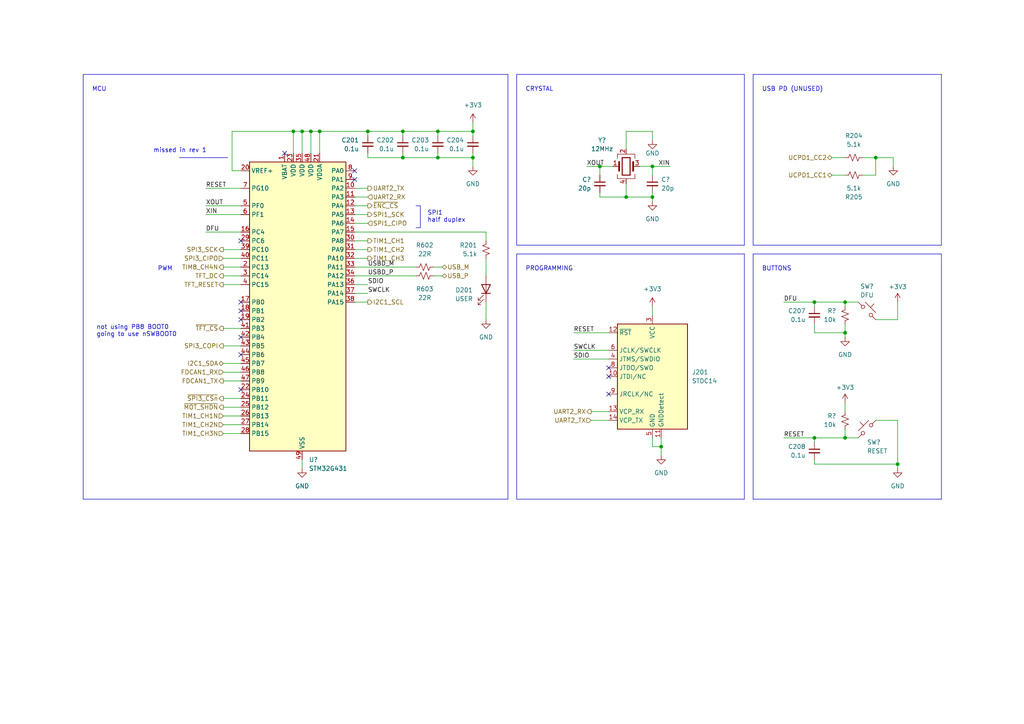
<source format=kicad_sch>
(kicad_sch (version 20230121) (generator eeschema)
  (paper "A4")
  (title_block (title "MICROCONTROLLER") (date "2023-06-17") (rev "1.0") (company "matei repair lab"))
  (lib_symbols
    (symbol "Connector:Conn_ST_STDC14"
      (property "Reference" "J" (at -8.89 16.51 0))
      (property "Value" "Conn_ST_STDC14" (at 17.78 16.51 0))
      (symbol "Conn_ST_STDC14_0_1"
        (rectangle (start -10.16 15.24) (end 10.16 -15.24) (stroke (width 0.254)) (fill (type background)))
      )
      (symbol "Conn_ST_STDC14_1_1"
        (pin no_connect line (at -10.16 5.08 0) (length 2.54) hide (name "NC") (number "1"))
        (pin output line (at 12.7 0 180) (length 2.54) (name "JTDI/NC") (number "10"))
        (pin passive line (at -2.54 -17.78 90) (length 2.54) (name "GNDDetect") (number "11"))
        (pin open_collector line (at 12.7 12.7 180) (length 2.54) (name "~{RST}") (number "12"))
        (pin output line (at 12.7 -10.16 180) (length 2.54) (name "VCP_RX") (number "13"))
        (pin input line (at 12.7 -12.7 180) (length 2.54) (name "VCP_TX") (number "14"))
        (pin no_connect line (at -10.16 2.54 0) (length 2.54) hide (name "NC") (number "2"))
        (pin power_in line (at 0 17.78 270) (length 2.54) (name "VCC") (number "3"))
        (pin bidirectional line (at 12.7 5.08 180) (length 2.54) (name "JTMS/SWDIO") (number "4"))
        (pin power_in line (at 0 -17.78 90) (length 2.54) (name "GND") (number "5"))
        (pin output line (at 12.7 7.62 180) (length 2.54) (name "JCLK/SWCLK") (number "6"))
        (pin passive line (at 0 -17.78 90) (length 2.54) hide (name "GND") (number "7"))
        (pin input line (at 12.7 2.54 180) (length 2.54) (name "JTDO/SWO") (number "8"))
        (pin input line (at 12.7 -5.08 180) (length 2.54) (name "JRCLK/NC") (number "9"))
      )
    )
    (symbol "Device:C_Small" (pin_numbers hide) (pin_names (offset 0.254) hide)
      (property "Reference" "C" (at 0.254 1.778 0))
      (property "Value" "C_Small" (at 0.254 -2.032 0))
      (symbol "C_Small_0_1"
        (polyline (pts (xy -1.524 -0.508) (xy 1.524 -0.508)) (stroke (width 0.3302)))
        (polyline (pts (xy -1.524 0.508) (xy 1.524 0.508)) (stroke (width 0.3048)))
      )
      (symbol "C_Small_1_1"
        (pin passive line (at 0 2.54 270) (length 2.032) (name "~") (number "1"))
        (pin passive line (at 0 -2.54 90) (length 2.032) (name "~") (number "2"))
      )
    )
    (symbol "Device:Crystal_GND24" (pin_names (offset 1.016) hide)
      (property "Reference" "Y" (at 3.175 5.08 0))
      (property "Value" "Crystal_GND24" (at 3.175 3.175 0))
      (symbol "Crystal_GND24_0_1"
        (rectangle (start -1.143 2.54) (end 1.143 -2.54) (stroke (width 0.3048)))
        (polyline (pts (xy -2.54 0) (xy -2.032 0)))
        (polyline (pts (xy -2.032 -1.27) (xy -2.032 1.27)) (stroke (width 0.508)))
        (polyline (pts (xy 0 -3.81) (xy 0 -3.556)))
        (polyline (pts (xy 0 3.556) (xy 0 3.81)))
        (polyline (pts (xy 2.032 -1.27) (xy 2.032 1.27)) (stroke (width 0.508)))
        (polyline (pts (xy 2.032 0) (xy 2.54 0)))
        (polyline (pts (xy -2.54 -2.286) (xy -2.54 -3.556) (xy 2.54 -3.556) (xy 2.54 -2.286)))
        (polyline (pts (xy -2.54 2.286) (xy -2.54 3.556) (xy 2.54 3.556) (xy 2.54 2.286)))
      )
      (symbol "Crystal_GND24_1_1"
        (pin passive line (at -3.81 0 0) (length 1.27) (name "1") (number "1"))
        (pin passive line (at 0 5.08 270) (length 1.27) (name "2") (number "2"))
        (pin passive line (at 3.81 0 180) (length 1.27) (name "3") (number "3"))
        (pin passive line (at 0 -5.08 90) (length 1.27) (name "4") (number "4"))
      )
    )
    (symbol "Device:LED" (pin_numbers hide) (pin_names (offset 1.016) hide)
      (property "Reference" "D" (at 0 2.54 0))
      (property "Value" "LED" (at 0 -2.54 0))
      (symbol "LED_0_1"
        (polyline (pts (xy -1.27 -1.27) (xy -1.27 1.27)) (stroke (width 0.254)))
        (polyline (pts (xy -1.27 0) (xy 1.27 0)))
        (polyline (pts (xy 1.27 -1.27) (xy 1.27 1.27) (xy -1.27 0) (xy 1.27 -1.27)) (stroke (width 0.254)))
        (polyline (pts (xy -3.048 -0.762) (xy -4.572 -2.286) (xy -3.81 -2.286) (xy -4.572 -2.286) (xy -4.572 -1.524)))
        (polyline (pts (xy -1.778 -0.762) (xy -3.302 -2.286) (xy -2.54 -2.286) (xy -3.302 -2.286) (xy -3.302 -1.524)))
      )
      (symbol "LED_1_1"
        (pin passive line (at -3.81 0 0) (length 2.54) (name "K") (number "1"))
        (pin passive line (at 3.81 0 180) (length 2.54) (name "A") (number "2"))
      )
    )
    (symbol "Device:R_Small_US" (pin_numbers hide) (pin_names (offset 0.254) hide)
      (property "Reference" "R" (at 0.762 0.508 0))
      (property "Value" "R_Small_US" (at 0.762 -1.016 0))
      (symbol "R_Small_US_1_1"
        (polyline (pts (xy 0 0) (xy 1.016 -0.381) (xy 0 -0.762) (xy -1.016 -1.143) (xy 0 -1.524)))
        (polyline (pts (xy 0 1.524) (xy 1.016 1.143) (xy 0 0.762) (xy -1.016 0.381) (xy 0 0)))
        (pin passive line (at 0 2.54 270) (length 1.016) (name "~") (number "1"))
        (pin passive line (at 0 -2.54 90) (length 1.016) (name "~") (number "2"))
      )
    )
    (symbol "MCU_ST_STM32G4:STM32G431CBUx"
      (property "Reference" "U" (at -12.7 44.45 0))
      (property "Value" "STM32G431CBUx" (at 10.16 44.45 0))
      (symbol "STM32G431CBUx_0_1"
        (rectangle (start -12.7 -40.64) (end 15.24 43.18) (stroke (width 0.254)) (fill (type background)))
      )
      (symbol "STM32G431CBUx_1_1"
        (pin power_in line (at -2.54 45.72 270) (length 2.54) (name "VBAT") (number "1"))
        (pin bidirectional line (at 17.78 35.56 180) (length 2.54) (name "PA2") (number "10"))
        (pin bidirectional line (at 17.78 33.02 180) (length 2.54) (name "PA3") (number "11"))
        (pin bidirectional line (at 17.78 30.48 180) (length 2.54) (name "PA4") (number "12"))
        (pin bidirectional line (at 17.78 27.94 180) (length 2.54) (name "PA5") (number "13"))
        (pin bidirectional line (at 17.78 25.4 180) (length 2.54) (name "PA6") (number "14"))
        (pin bidirectional line (at 17.78 22.86 180) (length 2.54) (name "PA7") (number "15"))
        (pin bidirectional line (at -15.24 22.86 0) (length 2.54) (name "PC4") (number "16"))
        (pin bidirectional line (at -15.24 2.54 0) (length 2.54) (name "PB0") (number "17"))
        (pin bidirectional line (at -15.24 0 0) (length 2.54) (name "PB1") (number "18"))
        (pin bidirectional line (at -15.24 -2.54 0) (length 2.54) (name "PB2") (number "19"))
        (pin bidirectional line (at -15.24 12.7 0) (length 2.54) (name "PC13") (number "2"))
        (pin input line (at -15.24 40.64 0) (length 2.54) (name "VREF+") (number "20"))
        (pin power_in line (at 7.62 45.72 270) (length 2.54) (name "VDDA") (number "21"))
        (pin bidirectional line (at -15.24 -22.86 0) (length 2.54) (name "PB10") (number "22"))
        (pin power_in line (at 0 45.72 270) (length 2.54) (name "VDD") (number "23"))
        (pin bidirectional line (at -15.24 -25.4 0) (length 2.54) (name "PB11") (number "24"))
        (pin bidirectional line (at -15.24 -27.94 0) (length 2.54) (name "PB12") (number "25"))
        (pin bidirectional line (at -15.24 -30.48 0) (length 2.54) (name "PB13") (number "26"))
        (pin bidirectional line (at -15.24 -33.02 0) (length 2.54) (name "PB14") (number "27"))
        (pin bidirectional line (at -15.24 -35.56 0) (length 2.54) (name "PB15") (number "28"))
        (pin bidirectional line (at -15.24 20.32 0) (length 2.54) (name "PC6") (number "29"))
        (pin bidirectional line (at -15.24 10.16 0) (length 2.54) (name "PC14") (number "3"))
        (pin bidirectional line (at 17.78 20.32 180) (length 2.54) (name "PA8") (number "30"))
        (pin bidirectional line (at 17.78 17.78 180) (length 2.54) (name "PA9") (number "31"))
        (pin bidirectional line (at 17.78 15.24 180) (length 2.54) (name "PA10") (number "32"))
        (pin bidirectional line (at 17.78 12.7 180) (length 2.54) (name "PA11") (number "33"))
        (pin bidirectional line (at 17.78 10.16 180) (length 2.54) (name "PA12") (number "34"))
        (pin power_in line (at 2.54 45.72 270) (length 2.54) (name "VDD") (number "35"))
        (pin bidirectional line (at 17.78 7.62 180) (length 2.54) (name "PA13") (number "36"))
        (pin bidirectional line (at 17.78 5.08 180) (length 2.54) (name "PA14") (number "37"))
        (pin bidirectional line (at 17.78 2.54 180) (length 2.54) (name "PA15") (number "38"))
        (pin bidirectional line (at -15.24 17.78 0) (length 2.54) (name "PC10") (number "39"))
        (pin bidirectional line (at -15.24 7.62 0) (length 2.54) (name "PC15") (number "4"))
        (pin bidirectional line (at -15.24 15.24 0) (length 2.54) (name "PC11") (number "40"))
        (pin bidirectional line (at -15.24 -5.08 0) (length 2.54) (name "PB3") (number "41"))
        (pin bidirectional line (at -15.24 -7.62 0) (length 2.54) (name "PB4") (number "42"))
        (pin bidirectional line (at -15.24 -10.16 0) (length 2.54) (name "PB5") (number "43"))
        (pin bidirectional line (at -15.24 -12.7 0) (length 2.54) (name "PB6") (number "44"))
        (pin bidirectional line (at -15.24 -15.24 0) (length 2.54) (name "PB7") (number "45"))
        (pin bidirectional line (at -15.24 -17.78 0) (length 2.54) (name "PB8") (number "46"))
        (pin bidirectional line (at -15.24 -20.32 0) (length 2.54) (name "PB9") (number "47"))
        (pin power_in line (at 5.08 45.72 270) (length 2.54) (name "VDD") (number "48"))
        (pin power_in line (at 2.54 -43.18 90) (length 2.54) (name "VSS") (number "49"))
        (pin bidirectional line (at -15.24 30.48 0) (length 2.54) (name "PF0") (number "5"))
        (pin bidirectional line (at -15.24 27.94 0) (length 2.54) (name "PF1") (number "6"))
        (pin bidirectional line (at -15.24 35.56 0) (length 2.54) (name "PG10") (number "7"))
        (pin bidirectional line (at 17.78 40.64 180) (length 2.54) (name "PA0") (number "8"))
        (pin bidirectional line (at 17.78 38.1 180) (length 2.54) (name "PA1") (number "9"))
      )
    )
    (symbol "Switch:SW_Push_45deg" (pin_numbers hide) (pin_names (offset 1.016) hide)
      (property "Reference" "SW" (at 3.048 1.016 0))
      (property "Value" "SW_Push_45deg" (at 0 -3.81 0))
      (symbol "SW_Push_45deg_0_1"
        (circle (center -1.1684 1.1684) (radius 0.508))
        (polyline (pts (xy -0.508 2.54) (xy 2.54 -0.508)))
        (polyline (pts (xy 1.016 1.016) (xy 2.032 2.032)))
        (polyline (pts (xy -2.54 2.54) (xy -1.524 1.524) (xy -1.524 1.524)))
        (polyline (pts (xy 1.524 -1.524) (xy 2.54 -2.54) (xy 2.54 -2.54) (xy 2.54 -2.54)))
        (circle (center 1.143 -1.1938) (radius 0.508))
        (pin passive line (at -2.54 2.54 0) (length 0) (name "1") (number "1"))
        (pin passive line (at 2.54 -2.54 180) (length 0) (name "2") (number "2"))
      )
    )
    (symbol "power:+3V3" (power) (pin_names (offset 0))
      (property "Value" "+3V3" (at 0 3.556 0))
      (symbol "+3V3_0_1"
        (polyline (pts (xy -0.762 1.27) (xy 0 2.54)))
        (polyline (pts (xy 0 0) (xy 0 2.54)))
        (polyline (pts (xy 0 2.54) (xy 0.762 1.27)))
      )
      (symbol "+3V3_1_1"
        (pin power_in line (at 0 0 90) (length 0) hide (name "+3V3") (number "1"))
      )
    )
    (symbol "power:GND" (power) (pin_names (offset 0))
      (property "Value" "GND" (at 0 -3.81 0))
      (symbol "GND_0_1"
        (polyline (pts (xy 0 0) (xy 0 -1.27) (xy 1.27 -1.27) (xy 0 -2.54) (xy -1.27 -1.27) (xy 0 -1.27)))
      )
      (symbol "GND_1_1"
        (pin power_in line (at 0 0 270) (length 0) hide (name "GND") (number "1"))
      )
    )
  )
  (junction (at 191.77 129.54))
  (junction (at 127 38.1))
  (junction (at 189.23 48.26))
  (junction (at 90.17 38.1))
  (junction (at 87.63 38.1))
  (junction (at 106.68 38.1))
  (junction (at 254 45.72))
  (junction (at 260.35 134.62))
  (junction (at 116.84 38.1))
  (junction (at 116.84 45.72))
  (junction (at 137.16 45.72))
  (junction (at 245.11 127))
  (junction (at 137.16 38.1))
  (junction (at 127 45.72))
  (junction (at 245.11 87.63))
  (junction (at 236.22 127))
  (junction (at 173.99 48.26))
  (junction (at 189.23 57.15))
  (junction (at 92.71 38.1))
  (junction (at 236.22 87.63))
  (junction (at 85.09 38.1))
  (junction (at 181.61 57.15))
  (junction (at 245.11 96.52))
  (no_connect (at 69.85 102.87))
  (no_connect (at 176.53 106.68))
  (no_connect (at 69.85 92.71))
  (no_connect (at 69.85 97.79))
  (no_connect (at 176.53 114.3))
  (no_connect (at 102.87 49.53))
  (no_connect (at 69.85 69.85))
  (no_connect (at 82.55 44.45))
  (no_connect (at 102.87 52.07))
  (no_connect (at 69.85 87.63))
  (no_connect (at 69.85 113.03))
  (no_connect (at 176.53 109.22))
  (no_connect (at 69.85 90.17))
  (wire (pts (xy 227.33 87.63) (xy 236.22 87.63)))
  (wire (pts (xy 236.22 87.63) (xy 245.11 87.63)))
  (wire (pts (xy 106.68 38.1) (xy 106.68 39.37)))
  (wire (pts (xy 137.16 44.45) (xy 137.16 45.72)))
  (wire (pts (xy 67.31 49.53) (xy 67.31 38.1)))
  (wire (pts (xy 173.99 48.26) (xy 173.99 50.8)))
  (polyline (pts (xy 218.44 21.59) (xy 218.44 71.12)))
  (wire (pts (xy 64.77 125.73) (xy 69.85 125.73)))
  (polyline (pts (xy 149.86 73.66) (xy 215.9 73.66)))
  (wire (pts (xy 87.63 38.1) (xy 87.63 44.45)))
  (wire (pts (xy 245.11 87.63) (xy 245.11 88.9)))
  (wire (pts (xy 245.11 96.52) (xy 245.11 93.98)))
  (wire (pts (xy 125.73 80.01) (xy 128.27 80.01)))
  (polyline (pts (xy 147.32 144.78) (xy 147.32 21.59)))
  (wire (pts (xy 64.77 105.41) (xy 69.85 105.41)))
  (wire (pts (xy 245.11 116.84) (xy 245.11 119.38)))
  (polyline (pts (xy 218.44 21.59) (xy 273.05 21.59)))
  (wire (pts (xy 189.23 88.9) (xy 189.23 91.44)))
  (wire (pts (xy 64.77 72.39) (xy 69.85 72.39)))
  (wire (pts (xy 171.45 119.38) (xy 176.53 119.38)))
  (wire (pts (xy 64.77 123.19) (xy 69.85 123.19)))
  (wire (pts (xy 189.23 55.88) (xy 189.23 57.15)))
  (wire (pts (xy 85.09 44.45) (xy 85.09 38.1)))
  (wire (pts (xy 90.17 38.1) (xy 92.71 38.1)))
  (wire (pts (xy 181.61 57.15) (xy 189.23 57.15)))
  (wire (pts (xy 189.23 57.15) (xy 189.23 58.42)))
  (polyline (pts (xy 120.65 59.69) (xy 121.92 59.69)))
  (polyline (pts (xy 149.86 21.59) (xy 149.86 71.12)))
  (wire (pts (xy 64.77 118.11) (xy 69.85 118.11)))
  (wire (pts (xy 116.84 38.1) (xy 116.84 39.37)))
  (wire (pts (xy 127 45.72) (xy 137.16 45.72)))
  (wire (pts (xy 166.37 104.14) (xy 176.53 104.14)))
  (wire (pts (xy 177.8 48.26) (xy 173.99 48.26)))
  (wire (pts (xy 245.11 97.79) (xy 245.11 96.52)))
  (wire (pts (xy 245.11 127) (xy 248.92 127)))
  (wire (pts (xy 191.77 127) (xy 191.77 129.54)))
  (polyline (pts (xy 215.9 71.12) (xy 215.9 21.59)))
  (wire (pts (xy 59.69 62.23) (xy 69.85 62.23)))
  (wire (pts (xy 259.08 45.72) (xy 259.08 48.26)))
  (wire (pts (xy 245.11 124.46) (xy 245.11 127)))
  (wire (pts (xy 189.23 129.54) (xy 191.77 129.54)))
  (polyline (pts (xy 273.05 144.78) (xy 273.05 73.66)))
  (wire (pts (xy 64.77 77.47) (xy 69.85 77.47)))
  (wire (pts (xy 254 121.92) (xy 260.35 121.92)))
  (wire (pts (xy 241.3 45.72) (xy 245.11 45.72)))
  (polyline (pts (xy 52.07 45.72) (xy 66.04 45.72)))
  (polyline (pts (xy 120.65 66.04) (xy 121.92 66.04)))
  (wire (pts (xy 69.85 49.53) (xy 67.31 49.53)))
  (wire (pts (xy 102.87 72.39) (xy 106.68 72.39)))
  (polyline (pts (xy 24.13 21.59) (xy 147.32 21.59)))
  (wire (pts (xy 64.77 74.93) (xy 69.85 74.93)))
  (wire (pts (xy 64.77 107.95) (xy 69.85 107.95)))
  (wire (pts (xy 181.61 43.18) (xy 181.61 38.1)))
  (polyline (pts (xy 218.44 73.66) (xy 273.05 73.66)))
  (wire (pts (xy 260.35 121.92) (xy 260.35 134.62)))
  (polyline (pts (xy 24.13 21.59) (xy 24.13 144.78)))
  (wire (pts (xy 102.87 80.01) (xy 120.65 80.01)))
  (wire (pts (xy 106.68 38.1) (xy 116.84 38.1)))
  (polyline (pts (xy 149.86 21.59) (xy 215.9 21.59)))
  (wire (pts (xy 102.87 87.63) (xy 106.68 87.63)))
  (wire (pts (xy 59.69 59.69) (xy 69.85 59.69)))
  (wire (pts (xy 250.19 50.8) (xy 254 50.8)))
  (wire (pts (xy 254 45.72) (xy 259.08 45.72)))
  (wire (pts (xy 64.77 100.33) (xy 69.85 100.33)))
  (wire (pts (xy 189.23 48.26) (xy 189.23 50.8)))
  (wire (pts (xy 189.23 38.1) (xy 189.23 40.64)))
  (wire (pts (xy 59.69 54.61) (xy 69.85 54.61)))
  (wire (pts (xy 241.3 50.8) (xy 245.11 50.8)))
  (wire (pts (xy 189.23 127) (xy 189.23 129.54)))
  (wire (pts (xy 102.87 74.93) (xy 106.68 74.93)))
  (wire (pts (xy 102.87 67.31) (xy 140.97 67.31)))
  (wire (pts (xy 140.97 74.93) (xy 140.97 80.01)))
  (wire (pts (xy 250.19 45.72) (xy 254 45.72)))
  (wire (pts (xy 106.68 44.45) (xy 106.68 45.72)))
  (wire (pts (xy 191.77 129.54) (xy 191.77 132.08)))
  (wire (pts (xy 116.84 44.45) (xy 116.84 45.72)))
  (wire (pts (xy 171.45 121.92) (xy 176.53 121.92)))
  (wire (pts (xy 87.63 38.1) (xy 90.17 38.1)))
  (wire (pts (xy 140.97 67.31) (xy 140.97 69.85)))
  (wire (pts (xy 85.09 38.1) (xy 87.63 38.1)))
  (wire (pts (xy 102.87 77.47) (xy 120.65 77.47)))
  (polyline (pts (xy 218.44 73.66) (xy 218.44 144.78)))
  (wire (pts (xy 106.68 45.72) (xy 116.84 45.72)))
  (wire (pts (xy 90.17 38.1) (xy 90.17 44.45)))
  (wire (pts (xy 137.16 35.56) (xy 137.16 38.1)))
  (wire (pts (xy 260.35 87.63) (xy 260.35 92.71)))
  (wire (pts (xy 125.73 77.47) (xy 128.27 77.47)))
  (wire (pts (xy 173.99 55.88) (xy 173.99 57.15)))
  (wire (pts (xy 236.22 127) (xy 236.22 128.27)))
  (wire (pts (xy 102.87 85.09) (xy 106.68 85.09)))
  (wire (pts (xy 260.35 92.71) (xy 254 92.71)))
  (polyline (pts (xy 121.92 59.69) (xy 121.92 66.04)))
  (polyline (pts (xy 149.86 144.78) (xy 215.9 144.78)))
  (wire (pts (xy 185.42 48.26) (xy 189.23 48.26)))
  (wire (pts (xy 181.61 53.34) (xy 181.61 57.15)))
  (wire (pts (xy 227.33 127) (xy 236.22 127)))
  (wire (pts (xy 102.87 64.77) (xy 106.68 64.77)))
  (wire (pts (xy 64.77 95.25) (xy 69.85 95.25)))
  (wire (pts (xy 102.87 57.15) (xy 106.68 57.15)))
  (wire (pts (xy 64.77 82.55) (xy 69.85 82.55)))
  (wire (pts (xy 87.63 133.35) (xy 87.63 135.89)))
  (polyline (pts (xy 149.86 73.66) (xy 149.86 144.78)))
  (wire (pts (xy 236.22 93.98) (xy 236.22 96.52)))
  (wire (pts (xy 137.16 38.1) (xy 137.16 39.37)))
  (wire (pts (xy 102.87 59.69) (xy 106.68 59.69)))
  (wire (pts (xy 59.69 67.31) (xy 69.85 67.31)))
  (polyline (pts (xy 273.05 71.12) (xy 273.05 21.59)))
  (wire (pts (xy 127 44.45) (xy 127 45.72)))
  (polyline (pts (xy 215.9 144.78) (xy 215.9 73.66)))
  (wire (pts (xy 236.22 127) (xy 245.11 127)))
  (polyline (pts (xy 24.13 144.78) (xy 147.32 144.78)))
  (wire (pts (xy 127 38.1) (xy 127 39.37)))
  (wire (pts (xy 254 50.8) (xy 254 45.72)))
  (wire (pts (xy 140.97 87.63) (xy 140.97 92.71)))
  (wire (pts (xy 127 38.1) (xy 137.16 38.1)))
  (wire (pts (xy 92.71 38.1) (xy 92.71 44.45)))
  (wire (pts (xy 181.61 38.1) (xy 189.23 38.1)))
  (wire (pts (xy 116.84 45.72) (xy 127 45.72)))
  (wire (pts (xy 166.37 96.52) (xy 176.53 96.52)))
  (wire (pts (xy 260.35 134.62) (xy 260.35 135.89)))
  (wire (pts (xy 102.87 54.61) (xy 106.68 54.61)))
  (wire (pts (xy 236.22 87.63) (xy 236.22 88.9)))
  (wire (pts (xy 67.31 38.1) (xy 85.09 38.1)))
  (wire (pts (xy 64.77 120.65) (xy 69.85 120.65)))
  (wire (pts (xy 102.87 69.85) (xy 106.68 69.85)))
  (wire (pts (xy 137.16 45.72) (xy 137.16 48.26)))
  (polyline (pts (xy 149.86 71.12) (xy 215.9 71.12)))
  (wire (pts (xy 236.22 133.35) (xy 236.22 134.62)))
  (wire (pts (xy 173.99 57.15) (xy 181.61 57.15)))
  (wire (pts (xy 102.87 82.55) (xy 106.68 82.55)))
  (wire (pts (xy 170.18 48.26) (xy 173.99 48.26)))
  (wire (pts (xy 245.11 87.63) (xy 248.92 87.63)))
  (wire (pts (xy 166.37 101.6) (xy 176.53 101.6)))
  (polyline (pts (xy 218.44 144.78) (xy 273.05 144.78)))
  (wire (pts (xy 236.22 96.52) (xy 245.11 96.52)))
  (wire (pts (xy 64.77 110.49) (xy 69.85 110.49)))
  (wire (pts (xy 92.71 38.1) (xy 106.68 38.1)))
  (wire (pts (xy 189.23 48.26) (xy 194.31 48.26)))
  (wire (pts (xy 116.84 38.1) (xy 127 38.1)))
  (wire (pts (xy 64.77 115.57) (xy 69.85 115.57)))
  (polyline (pts (xy 218.44 71.12) (xy 273.05 71.12)))
  (wire (pts (xy 64.77 80.01) (xy 69.85 80.01)))
  (wire (pts (xy 236.22 134.62) (xy 260.35 134.62)))
  (wire (pts (xy 102.87 62.23) (xy 106.68 62.23)))
  (text "PROGRAMMING" (at 152.4 78.74 0) (effects (font (size 1.27 1.27)) (justify left bottom)))
  (text "BUTTONS" (at 220.98 78.74 0) (effects (font (size 1.27 1.27)) (justify left bottom)))
  (text "not using PB8 BOOT0\ngoing to use nSWBOOT0" (at 27.94 97.79 0) (effects (font (size 1.27 1.27)) (justify left bottom)))
  (text "MCU" (at 26.67 26.67 0) (effects (font (size 1.27 1.27)) (justify left bottom)))
  (text "missed in rev 1" (at 44.45 44.45 0) (effects (font (size 1.27 1.27)) (justify left bottom)))
  (text "PWM" (at 45.72 78.74 0) (effects (font (size 1.27 1.27)) (justify left bottom)))
  (text "CRYSTAL" (at 152.4 26.67 0) (effects (font (size 1.27 1.27)) (justify left bottom)))
  (text "USB PD (UNUSED)" (at 220.98 26.67 0) (effects (font (size 1.27 1.27)) (justify left bottom)))
  (text "SPI1\nhalf duplex" (at 123.952 64.643 0) (effects (font (size 1.27 1.27)) (justify left bottom)))
  (label "XIN" (at 194.31 48.26 180))
  (label "XOUT" (at 59.69 59.69 0))
  (label "RESET" (at 59.69 54.61 0))
  (label "DFU" (at 59.69 67.31 0))
  (label "XOUT" (at 170.18 48.26 0))
  (label "USBD_M" (at 106.68 77.47 0))
  (label "SDIO" (at 166.37 104.14 0))
  (label "SDIO" (at 106.68 82.55 0))
  (label "DFU" (at 227.33 87.63 0))
  (label "SWCLK" (at 106.68 85.09 0))
  (label "USBD_P" (at 106.68 80.01 0))
  (label "XIN" (at 59.69 62.23 0))
  (label "RESET" (at 166.37 96.52 0))
  (label "RESET" (at 227.33 127 0))
  (label "SWCLK" (at 166.37 101.6 0))
  (hierarchical_label "FDCAN1_RX" (shape input) (at 64.77 107.95 180))
  (hierarchical_label "UCPD1_CC2" (shape bidirectional) (at 241.3 45.72 180))
  (hierarchical_label "SPI3_COPI" (shape output) (at 64.77 100.33 180))
  (hierarchical_label "TFT_DC" (shape output) (at 64.77 80.01 180))
  (hierarchical_label "~{SPI3_CSn}" (shape output) (at 64.77 115.57 180))
  (hierarchical_label "I2C1_SDA" (shape bidirectional) (at 64.77 105.41 180))
  (hierarchical_label "USB_M" (shape bidirectional) (at 128.27 77.47 0))
  (hierarchical_label "UART2_RX" (shape input) (at 106.68 57.15 0))
  (hierarchical_label "SPI3_CIPO" (shape input) (at 64.77 74.93 180))
  (hierarchical_label "FDCAN1_TX" (shape output) (at 64.77 110.49 180))
  (hierarchical_label "TIM1_CH1" (shape output) (at 106.68 69.85 0))
  (hierarchical_label "~{ENC_CS}" (shape output) (at 106.68 59.69 0))
  (hierarchical_label "UART2_TX" (shape input) (at 171.45 121.92 180))
  (hierarchical_label "I2C1_SCL" (shape output) (at 106.68 87.63 0))
  (hierarchical_label "USB_P" (shape bidirectional) (at 128.27 80.01 0))
  (hierarchical_label "UART2_TX" (shape output) (at 106.68 54.61 0))
  (hierarchical_label "TIM1_CH3" (shape output) (at 106.68 74.93 0))
  (hierarchical_label "SPI3_SCK" (shape output) (at 64.77 72.39 180))
  (hierarchical_label "TIM1_CH2N" (shape input) (at 64.77 123.19 180))
  (hierarchical_label "TFT_RESET" (shape output) (at 64.77 82.55 180))
  (hierarchical_label "~{MOT_SHDN}" (shape output) (at 64.77 118.11 180))
  (hierarchical_label "SPI1_CIPO" (shape input) (at 106.68 64.77 0))
  (hierarchical_label "UCPD1_CC1" (shape bidirectional) (at 241.3 50.8 180))
  (hierarchical_label "TIM1_CH3N" (shape input) (at 64.77 125.73 180))
  (hierarchical_label "TIM8_CH4N" (shape output) (at 64.77 77.47 180))
  (hierarchical_label "TIM1_CH2" (shape output) (at 106.68 72.39 0))
  (hierarchical_label "TIM1_CH1N" (shape input) (at 64.77 120.65 180))
  (hierarchical_label "SPI1_SCK" (shape output) (at 106.68 62.23 0))
  (hierarchical_label "UART2_RX" (shape output) (at 171.45 119.38 180))
  (hierarchical_label "~{TFT_CS}" (shape output) (at 64.77 95.25 180))
  (symbol (lib_id "Device:R_Small_US") (at 245.11 121.92 0) (mirror y) (unit 1)
    (property "Reference" "R?" (at 242.57 120.65 0) (effects (justify left)))
    (property "Value" "10k" (at 242.57 123.19 0) (effects (justify left)))
    (property "Footprint" "Resistor_SMD:R_0402_1005Metric" (effects hide))
    (instances (project "stm32g431-mt6701-stspin233" (path "" (reference "R?") (unit 1)) (path "" (reference "R203") (unit 1))))
  )
  (symbol (lib_id "Device:C_Small") (at 236.22 91.44 0) (unit 1)
    (property "Reference" "C207" (at 233.68 90.1763 0) (effects (justify right)))
    (property "Value" "0.1u" (at 233.68 92.7163 0) (effects (justify right)))
    (property "Footprint" "Capacitor_SMD:C_0402_1005Metric" (effects hide))
  )
  (symbol (lib_id "Device:R_Small_US") (at 140.97 72.39 0) (mirror y) (unit 1)
    (property "Reference" "R201" (at 138.43 71.12 0) (effects (justify left)))
    (property "Value" "5.1k" (at 138.43 73.66 0) (effects (justify left)))
    (property "Footprint" "Resistor_SMD:R_0402_1005Metric" (effects hide))
  )
  (symbol (lib_id "Device:C_Small") (at 137.16 41.91 0) (mirror y) (unit 1)
    (property "Reference" "C204" (at 134.62 40.6463 0) (effects (justify left)))
    (property "Value" "0.1u" (at 134.62 43.1863 0) (effects (justify left)))
    (property "Footprint" "Capacitor_SMD:C_0402_1005Metric" (effects hide))
  )
  (symbol (lib_id "Device:C_Small") (at 189.23 53.34 0) (unit 1)
    (property "Reference" "C?" (at 191.77 52.0763 0) (effects (justify left)))
    (property "Value" "20p" (at 191.77 54.6163 0) (effects (justify left)))
    (property "Footprint" "Capacitor_SMD:C_0402_1005Metric" (effects hide))
    (instances (project "stm32g431-mt6701-stspin233" (path "" (reference "C?") (unit 1)) (path "" (reference "C206") (unit 1))))
  )
  (symbol (lib_id "Device:R_Small_US") (at 245.11 91.44 0) (mirror y) (unit 1)
    (property "Reference" "R?" (at 242.57 90.17 0) (effects (justify left)))
    (property "Value" "10k" (at 242.57 92.71 0) (effects (justify left)))
    (property "Footprint" "Resistor_SMD:R_0402_1005Metric" (effects hide))
    (instances (project "stm32g431-mt6701-stspin233" (path "" (reference "R?") (unit 1)) (path "" (reference "R202") (unit 1))))
  )
  (symbol (lib_id "Device:C_Small") (at 116.84 41.91 0) (mirror y) (unit 1)
    (property "Reference" "C202" (at 114.3 40.6463 0) (effects (justify left)))
    (property "Value" "0.1u" (at 114.3 43.1863 0) (effects (justify left)))
    (property "Footprint" "Capacitor_SMD:C_0402_1005Metric" (effects hide))
  )
  (symbol (lib_id "Device:C_Small") (at 127 41.91 0) (mirror y) (unit 1)
    (property "Reference" "C203" (at 124.46 40.6463 0) (effects (justify left)))
    (property "Value" "0.1u" (at 124.46 43.1863 0) (effects (justify left)))
    (property "Footprint" "Capacitor_SMD:C_0402_1005Metric" (effects hide))
  )
  (symbol (lib_id "power:GND") (at 137.16 48.26 0) (unit 1)
    (property "Reference" "#PWR0106" (effects hide))
    (property "Value" "GND" (at 137.16 53.34 0))
    (instances (project "stm32g431-mt6701-stspin233" (path "" (reference "#PWR0106") (unit 1)) (path "" (reference "#PWR0204") (unit 1))))
  )
  (symbol (lib_id "Device:R_Small_US") (at 247.65 45.72 90) (unit 1)
    (property "Reference" "R204" (at 247.65 39.37 90))
    (property "Value" "5.1k" (at 247.65 41.91 90))
    (property "Footprint" "Resistor_SMD:R_0402_1005Metric" (effects hide))
  )
  (symbol (lib_id "Device:C_Small") (at 106.68 41.91 0) (mirror y) (unit 1)
    (property "Reference" "C201" (at 104.14 40.6463 0) (effects (justify left)))
    (property "Value" "0.1u" (at 104.14 43.1863 0) (effects (justify left)))
    (property "Footprint" "Capacitor_SMD:C_0402_1005Metric" (effects hide))
  )
  (symbol (lib_id "MCU_ST_STM32G4:STM32G431CBUx") (at 85.09 90.17 0) (unit 1)
    (property "Reference" "U?" (at 89.5859 133.35 0) (effects (justify left)))
    (property "Value" "STM32G431" (at 89.5859 135.89 0) (effects (justify left)))
    (property "Footprint" "Package_DFN_QFN:QFN-48-1EP_7x7mm_P0.5mm_EP5.6x5.6mm" (effects hide))
    (property "Datasheet" "https://www.st.com/resource/en/datasheet/stm32g431cb.pdf" (effects hide))
    (instances (project "stm32g431-mt6701-stspin233" (path "" (reference "U?") (unit 1)) (path "" (reference "U201") (unit 1))))
  )
  (symbol (lib_id "power:+3V3") (at 245.11 116.84 0) (unit 1)
    (property "Reference" "#PWR0123" (effects hide))
    (property "Value" "+3V3" (at 245.11 112.395 0))
    (instances (project "stm32g431-mt6701-stspin233" (path "" (reference "#PWR0123") (unit 1)) (path "" (reference "#PWR0210") (unit 1))))
  )
  (symbol (lib_id "power:GND") (at 245.11 97.79 0) (unit 1)
    (property "Reference" "#PWR0122" (effects hide))
    (property "Value" "GND" (at 245.11 102.87 0))
    (instances (project "stm32g431-mt6701-stspin233" (path "" (reference "#PWR0122") (unit 1)) (path "" (reference "#PWR0209") (unit 1))))
  )
  (symbol (lib_id "Device:R_Small_US") (at 123.19 77.47 90) (unit 1)
    (property "Reference" "R602" (at 123.19 71.12 90))
    (property "Value" "22R" (at 123.19 73.66 90))
    (property "Footprint" "Resistor_SMD:R_0402_1005Metric" (effects hide))
    (instances (project "stm32g431-mt6701-stspin233" (path "" (reference "R602") (unit 1)) (path "" (reference "R206") (unit 1))))
  )
  (symbol (lib_id "Device:R_Small_US") (at 247.65 50.8 270) (unit 1)
    (property "Reference" "R205" (at 247.65 57.15 90))
    (property "Value" "5.1k" (at 247.65 54.61 90))
    (property "Footprint" "Resistor_SMD:R_0402_1005Metric" (effects hide))
  )
  (symbol (lib_id "power:GND") (at 259.08 48.26 0) (unit 1)
    (property "Reference" "#PWR0122" (effects hide))
    (property "Value" "GND" (at 259.08 53.34 0))
    (instances (project "stm32g431-mt6701-stspin233" (path "" (reference "#PWR0122") (unit 1)) (path "" (reference "#PWR0211") (unit 1))))
  )
  (symbol (lib_id "Device:R_Small_US") (at 123.19 80.01 270) (unit 1)
    (property "Reference" "R603" (at 123.19 83.82 90))
    (property "Value" "22R" (at 123.19 86.36 90))
    (property "Footprint" "Resistor_SMD:R_0402_1005Metric" (effects hide))
    (instances (project "stm32g431-mt6701-stspin233" (path "" (reference "R603") (unit 1)) (path "" (reference "R207") (unit 1))))
  )
  (symbol (lib_id "Switch:SW_Push_45deg") (at 251.46 90.17 0) (unit 1)
    (property "Reference" "SW?" (at 251.46 83.058 0))
    (property "Value" "DFU" (at 251.46 85.598 0))
    (property "Footprint" "matei:TS-1187A-B-A-B" (effects hide))
    (instances (project "stm32g431-mt6701-stspin233" (path "" (reference "SW?") (unit 1)) (path "" (reference "SW201") (unit 1))))
  )
  (symbol (lib_id "power:GND") (at 191.77 132.08 0) (unit 1)
    (property "Reference" "#PWR0111" (effects hide))
    (property "Value" "GND" (at 191.77 137.16 0))
    (instances (project "stm32g431-mt6701-stspin233" (path "" (reference "#PWR0111") (unit 1)) (path "" (reference "#PWR0208") (unit 1))))
  )
  (symbol (lib_id "power:GND") (at 189.23 58.42 0) (unit 1)
    (property "Reference" "#PWR0111" (effects hide))
    (property "Value" "GND" (at 189.23 63.5 0))
    (instances (project "stm32g431-mt6701-stspin233" (path "" (reference "#PWR0111") (unit 1)) (path "" (reference "#PWR0206") (unit 1))))
  )
  (symbol (lib_id "power:+3V3") (at 137.16 35.56 0) (unit 1)
    (property "Reference" "#PWR0107" (effects hide))
    (property "Value" "+3V3" (at 137.16 30.48 0))
    (instances (project "stm32g431-mt6701-stspin233" (path "" (reference "#PWR0107") (unit 1)) (path "" (reference "#PWR0203") (unit 1))))
  )
  (symbol (lib_id "power:GND") (at 87.63 135.89 0) (unit 1)
    (property "Reference" "#PWR0121" (effects hide))
    (property "Value" "GND" (at 87.63 140.97 0))
    (instances (project "stm32g431-mt6701-stspin233" (path "" (reference "#PWR0121") (unit 1)) (path "" (reference "#PWR0201") (unit 1))))
  )
  (symbol (lib_id "Connector:Conn_ST_STDC14") (at 189.23 109.22 0) (mirror y) (unit 1)
    (property "Reference" "J201" (at 200.66 107.95 0) (effects (justify right)))
    (property "Value" "STDC14" (at 200.66 110.49 0) (effects (justify right)))
    (property "Footprint" "Connector_PinHeader_1.27mm:PinHeader_2x07_P1.27mm_Vertical" (effects hide))
    (property "Datasheet" "https://www.st.com/content/ccc/resource/technical/document/user_manual/group1/99/49/91/b6/b2/3a/46/e5/DM00526767/files/DM00526767.pdf/jcr:content/translations/en.DM00526767.pdf" (effects hide))
  )
  (symbol (lib_id "power:GND") (at 189.23 40.64 0) (unit 1)
    (property "Reference" "#PWR0120" (effects hide))
    (property "Value" "GND" (at 189.23 44.45 0))
    (instances (project "stm32g431-mt6701-stspin233" (path "" (reference "#PWR0120") (unit 1)) (path "" (reference "#PWR0205") (unit 1))))
  )
  (symbol (lib_id "Device:LED") (at 140.97 83.82 270) (mirror x) (unit 1)
    (property "Reference" "D201" (at 137.16 84.1375 90) (effects (justify right)))
    (property "Value" "USER" (at 137.16 86.6775 90) (effects (justify right)))
    (property "Footprint" "Diode_SMD:D_0603_1608Metric" (effects hide))
  )
  (symbol (lib_id "power:+3V3") (at 260.35 87.63 0) (unit 1)
    (property "Reference" "#PWR0124" (effects hide))
    (property "Value" "+3V3" (at 260.35 83.185 0))
    (instances (project "stm32g431-mt6701-stspin233" (path "" (reference "#PWR0124") (unit 1)) (path "" (reference "#PWR0212") (unit 1))))
  )
  (symbol (lib_id "power:GND") (at 260.35 135.89 0) (unit 1)
    (property "Reference" "#PWR0125" (effects hide))
    (property "Value" "GND" (at 260.35 140.97 0))
    (instances (project "stm32g431-mt6701-stspin233" (path "" (reference "#PWR0125") (unit 1)) (path "" (reference "#PWR0213") (unit 1))))
  )
  (symbol (lib_id "Device:Crystal_GND24") (at 181.61 48.26 0) (unit 1)
    (property "Reference" "Y?" (at 174.625 40.64 0))
    (property "Value" "12MHz" (at 174.625 43.18 0))
    (property "Footprint" "Crystal:Crystal_SMD_3225-4Pin_3.2x2.5mm" (effects hide))
    (instances (project "stm32g431-mt6701-stspin233" (path "" (reference "Y?") (unit 1)) (path "" (reference "Y201") (unit 1))))
  )
  (symbol (lib_id "Switch:SW_Push_45deg") (at 251.46 124.46 90) (unit 1)
    (property "Reference" "SW?" (at 251.46 128.27 90) (effects (justify right)))
    (property "Value" "RESET" (at 251.46 130.81 90) (effects (justify right)))
    (property "Footprint" "matei:TS-1187A-B-A-B" (effects hide))
    (instances (project "stm32g431-mt6701-stspin233" (path "" (reference "SW?") (unit 1)) (path "" (reference "SW202") (unit 1))))
  )
  (symbol (lib_id "Device:C_Small") (at 173.99 53.34 0) (mirror y) (unit 1)
    (property "Reference" "C?" (at 171.45 52.0763 0) (effects (justify left)))
    (property "Value" "20p" (at 171.45 54.6163 0) (effects (justify left)))
    (property "Footprint" "Capacitor_SMD:C_0402_1005Metric" (effects hide))
    (instances (project "stm32g431-mt6701-stspin233" (path "" (reference "C?") (unit 1)) (path "" (reference "C205") (unit 1))))
  )
  (symbol (lib_id "Device:C_Small") (at 236.22 130.81 0) (unit 1)
    (property "Reference" "C208" (at 233.68 129.5463 0) (effects (justify right)))
    (property "Value" "0.1u" (at 233.68 132.0863 0) (effects (justify right)))
    (property "Footprint" "Capacitor_SMD:C_0402_1005Metric" (effects hide))
  )
  (symbol (lib_id "power:GND") (at 140.97 92.71 0) (mirror y) (unit 1)
    (property "Reference" "#PWR0111" (effects hide))
    (property "Value" "GND" (at 140.97 97.79 0))
    (instances (project "stm32g431-mt6701-stspin233" (path "" (reference "#PWR0111") (unit 1)) (path "" (reference "#PWR0202") (unit 1))))
  )
  (symbol (lib_id "power:+3V3") (at 189.23 88.9 0) (mirror y) (unit 1)
    (property "Reference" "#PWR0107" (effects hide))
    (property "Value" "+3V3" (at 189.23 83.82 0))
    (instances (project "stm32g431-mt6701-stspin233" (path "" (reference "#PWR0107") (unit 1)) (path "" (reference "#PWR0207") (unit 1))))
  )
)
</source>
